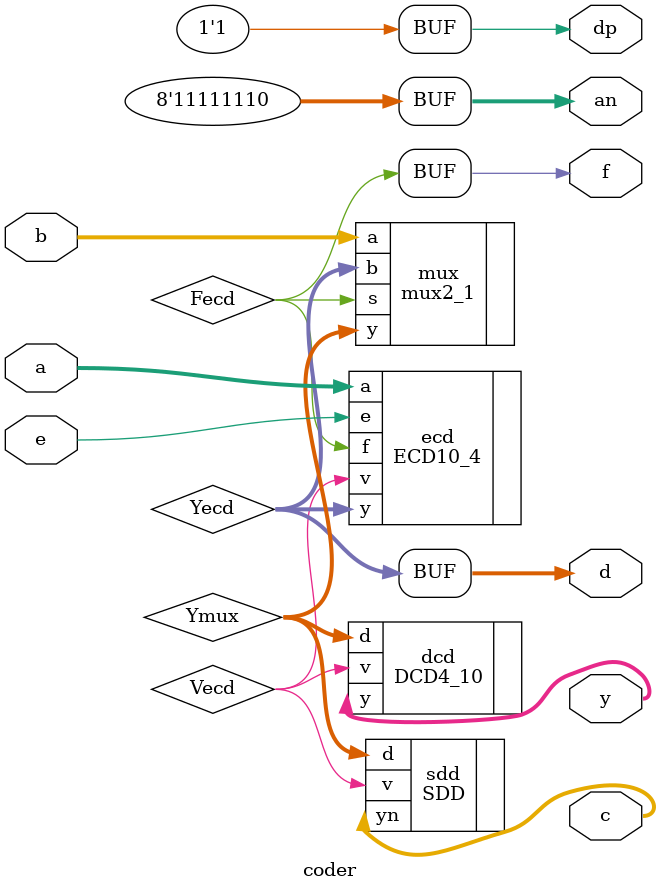
<source format=v>
`timescale 1ns / 1ps


module coder(
    input e,
    input [9:0] a,
    input [3:0] b,
    output f,
    output [3:0] d,
    output [9:0] y,
    output [6:0] c,
    output dp,
    output [7:0] an
    );

    wire [3:0]Yecd;
    wire Fecd, Vecd;
    wire [3:0]Ymux;
    wire [9:0]Ydcd;
    SDD sdd(
        .d (Ymux),
        .v (Vecd),
        .yn (c)
    );

    ECD10_4 ecd(
        .e (e),
        .a (a),
        .f (Fecd),
        .v (Vecd),
        .y (Yecd)
    );

    DCD4_10 dcd(
        .d (Ymux),
        .v (Vecd),
        .y (y)
    );

    mux2_1 mux(
        .b (Yecd),
        .a (b),
        .s (Fecd),
        .y (Ymux)
    );

    assign an = 8'b1111_1110;
    assign dp = 1'b1;
    assign d = Yecd;
    assign f = Fecd;

endmodule

</source>
